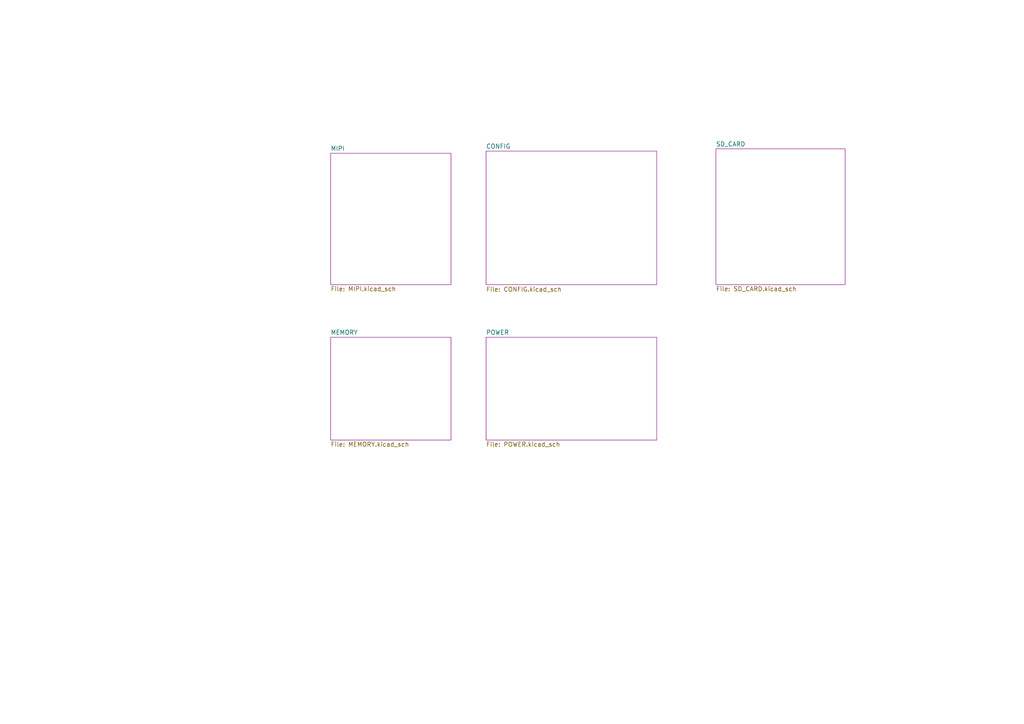
<source format=kicad_sch>
(kicad_sch (version 20200618) (host eeschema "5.99.0-unknown-7340c97~102~ubuntu20.04.1")
  (page 1 6)
  (paper "A4")
  (lib_symbols)
  (sheet (at 140.97 43.815) (size 49.53 38.735) (stroke (width 0.001) (color 132 0 132 1)) (fill (color 255 255 255 0.0000))
    (property "Sheet name" "CONFIG" (at 140.97 43.1791 0) (effects (justify left bottom)))
    (property "Sheet file" "CONFIG.kicad_sch" (at 140.97 83.185 0) (effects (justify left top)))
  )
  (sheet (at 95.885 97.79) (size 34.925 29.845) (stroke (width 0.001) (color 132 0 132 1)) (fill (color 255 255 255 0.0000))
    (property "Sheet name" "MEMORY" (at 95.885 97.1541 0) (effects (justify left bottom)))
    (property "Sheet file" "MEMORY.kicad_sch" (at 95.885 128.1439 0) (effects (justify left top)))
  )
  (sheet (at 95.885 44.45) (size 34.925 38.1) (stroke (width 0.001) (color 132 0 132 1)) (fill (color 255 255 255 0.0000))
    (property "Sheet name" "MIPI" (at 95.885 43.8141 0) (effects (justify left bottom)))
    (property "Sheet file" "MIPI.kicad_sch" (at 95.885 83.0589 0) (effects (justify left top)))
  )
  (sheet (at 140.97 97.79) (size 49.53 29.845) (stroke (width 0.001) (color 132 0 132 1)) (fill (color 255 255 255 0.0000))
    (property "Sheet name" "POWER" (at 140.97 97.1541 0) (effects (justify left bottom)))
    (property "Sheet file" "POWER.kicad_sch" (at 140.97 128.1439 0) (effects (justify left top)))
  )
  (sheet (at 207.645 43.18) (size 37.465 39.37) (stroke (width 0.001) (color 132 0 132 1)) (fill (color 255 255 255 0.0000))
    (property "Sheet name" "SD_CARD" (at 207.645 42.5441 0) (effects (justify left bottom)))
    (property "Sheet file" "SD_CARD.kicad_sch" (at 207.645 83.0589 0) (effects (justify left top)))
  )
)
</source>
